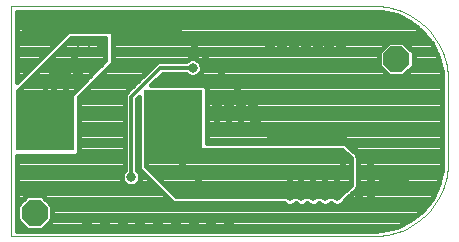
<source format=gbl>
G75*
G70*
%OFA0B0*%
%FSLAX24Y24*%
%IPPOS*%
%LPD*%
%AMOC8*
5,1,8,0,0,1.08239X$1,22.5*
%
%ADD10C,0.0000*%
%ADD11R,0.1969X0.2047*%
%ADD12OC8,0.0850*%
%ADD13C,0.0120*%
%ADD14C,0.0317*%
%ADD15C,0.0180*%
%ADD16C,0.0150*%
D10*
X000100Y000101D02*
X000100Y007779D01*
X012203Y007779D01*
X012320Y007776D01*
X012437Y007768D01*
X012554Y007754D01*
X012669Y007734D01*
X012784Y007710D01*
X012897Y007679D01*
X013009Y007643D01*
X013119Y007602D01*
X013227Y007556D01*
X013332Y007505D01*
X013435Y007449D01*
X013535Y007388D01*
X013632Y007322D01*
X013726Y007252D01*
X013817Y007177D01*
X013903Y007098D01*
X013986Y007015D01*
X014065Y006929D01*
X014140Y006838D01*
X014210Y006744D01*
X014276Y006647D01*
X014337Y006547D01*
X014393Y006444D01*
X014444Y006339D01*
X014490Y006231D01*
X014531Y006121D01*
X014567Y006009D01*
X014598Y005896D01*
X014622Y005781D01*
X014642Y005666D01*
X014656Y005549D01*
X014664Y005432D01*
X014667Y005315D01*
X014667Y002566D01*
X014664Y002449D01*
X014656Y002332D01*
X014642Y002215D01*
X014622Y002100D01*
X014598Y001985D01*
X014567Y001872D01*
X014531Y001760D01*
X014490Y001650D01*
X014444Y001542D01*
X014393Y001437D01*
X014337Y001334D01*
X014276Y001234D01*
X014210Y001137D01*
X014140Y001043D01*
X014065Y000952D01*
X013986Y000866D01*
X013903Y000783D01*
X013817Y000704D01*
X013726Y000629D01*
X013632Y000559D01*
X013535Y000493D01*
X013435Y000432D01*
X013332Y000376D01*
X013227Y000325D01*
X013119Y000279D01*
X013009Y000238D01*
X012897Y000202D01*
X012784Y000171D01*
X012669Y000147D01*
X012554Y000127D01*
X012437Y000113D01*
X012320Y000105D01*
X012203Y000102D01*
X012203Y000101D02*
X000100Y000101D01*
D11*
X001242Y003960D03*
X005513Y003960D03*
D12*
X000887Y006991D03*
X000887Y000889D03*
X012944Y001873D03*
X012944Y006007D03*
D13*
X006157Y005720D02*
X005073Y005720D01*
X004102Y004749D01*
X004102Y002075D01*
X004102Y002075D01*
D14*
X004102Y002075D03*
X003824Y000505D03*
X004414Y000505D03*
X005005Y000505D03*
X005595Y000505D03*
X006186Y000505D03*
X006776Y000505D03*
X007367Y000505D03*
X009391Y001433D03*
X009785Y001433D03*
X010178Y001433D03*
X010572Y001433D03*
X010966Y001433D03*
X010966Y001827D03*
X010572Y001827D03*
X010178Y001827D03*
X009785Y001827D03*
X009391Y001827D03*
X011162Y002221D03*
X011162Y002614D03*
X012091Y002277D03*
X012091Y001883D03*
X012091Y001489D03*
X011698Y001489D03*
X008753Y003492D03*
X008154Y004048D03*
X007761Y004048D03*
X007367Y004048D03*
X006973Y004048D03*
X006973Y003655D03*
X007367Y003655D03*
X007761Y003655D03*
X007761Y004442D03*
X008154Y004442D03*
X007367Y004442D03*
X006973Y004442D03*
X006157Y005720D03*
X008745Y006411D03*
X009139Y006411D03*
X009532Y006411D03*
X009926Y006411D03*
X010320Y006411D03*
X010713Y006411D03*
X011107Y006411D03*
X006579Y007395D03*
X005989Y007395D03*
X005398Y007395D03*
X004808Y007395D03*
X004217Y007395D03*
X003627Y007395D03*
X003036Y007395D03*
X002446Y007395D03*
X001855Y007395D03*
X003111Y006483D03*
X002717Y006286D03*
X002324Y006286D03*
X001930Y006286D03*
X001930Y005892D03*
X002324Y005892D03*
X002324Y005498D03*
X001930Y005498D03*
X001536Y005498D03*
X001536Y005105D03*
X001930Y005105D03*
X001930Y004711D03*
X001536Y004711D03*
X001536Y005892D03*
X002642Y000505D03*
X003233Y000505D03*
D15*
X001462Y000651D02*
X001126Y000314D01*
X000649Y000314D01*
X000312Y000651D01*
X000312Y001127D01*
X000649Y001464D01*
X001126Y001464D01*
X001462Y001127D01*
X001462Y000651D01*
X001449Y000637D02*
X013406Y000637D01*
X013413Y000640D02*
X012954Y000419D01*
X012457Y000306D01*
X012203Y000291D01*
X000290Y000291D01*
X000290Y002786D01*
X002288Y002786D01*
X002376Y002874D01*
X002376Y004755D01*
X003386Y005764D01*
X003453Y005832D01*
X003490Y005920D01*
X003490Y006881D01*
X003453Y006970D01*
X003433Y006989D01*
X003366Y007057D01*
X003278Y007093D01*
X002769Y007093D01*
X002293Y007093D01*
X002198Y007093D01*
X002110Y007057D01*
X000290Y005237D01*
X000290Y007589D01*
X012203Y007589D01*
X012457Y007574D01*
X012954Y007461D01*
X013413Y007240D01*
X013811Y006923D01*
X014128Y006524D01*
X014349Y006066D01*
X014463Y005569D01*
X014477Y005315D01*
X014477Y002566D01*
X014463Y002311D01*
X014349Y001814D01*
X014128Y001356D01*
X013811Y000958D01*
X013413Y000640D01*
X013633Y000815D02*
X001462Y000815D01*
X001462Y000994D02*
X013840Y000994D01*
X013982Y001172D02*
X011141Y001172D01*
X011140Y001172D02*
X011227Y001259D01*
X011244Y001300D01*
X011555Y001611D01*
X011622Y001678D01*
X011659Y001766D01*
X011659Y002748D01*
X011622Y002836D01*
X011347Y003111D01*
X011279Y003179D01*
X011191Y003215D01*
X006648Y003215D01*
X006648Y005045D01*
X006560Y005133D01*
X004783Y005133D01*
X005160Y005510D01*
X005931Y005510D01*
X005983Y005459D01*
X006096Y005412D01*
X006219Y005412D01*
X006332Y005459D01*
X006419Y005545D01*
X006466Y005659D01*
X006466Y005781D01*
X006419Y005895D01*
X006332Y005982D01*
X006219Y006028D01*
X006096Y006028D01*
X005983Y005982D01*
X005931Y005930D01*
X005160Y005930D01*
X004986Y005930D01*
X004015Y004959D01*
X003892Y004836D01*
X003892Y002301D01*
X003840Y002250D01*
X003793Y002136D01*
X003793Y002014D01*
X003840Y001900D01*
X003927Y001814D01*
X004041Y001767D01*
X004163Y001767D01*
X004277Y001814D01*
X004363Y001900D01*
X004410Y002014D01*
X004410Y002136D01*
X004363Y002250D01*
X004312Y002301D01*
X004312Y004662D01*
X004379Y004729D01*
X004379Y003070D01*
X004368Y003043D01*
X004368Y002396D01*
X004404Y002308D01*
X005408Y001304D01*
X005476Y001237D01*
X005564Y001200D01*
X009188Y001200D01*
X009216Y001172D01*
X009329Y001125D01*
X009452Y001125D01*
X009566Y001172D01*
X009609Y001172D01*
X009610Y001172D02*
X009723Y001125D01*
X009846Y001125D01*
X009959Y001172D01*
X009981Y001194D01*
X010004Y001172D01*
X010117Y001125D01*
X010240Y001125D01*
X010353Y001172D01*
X010375Y001194D01*
X010397Y001172D01*
X010511Y001125D01*
X010633Y001125D01*
X010747Y001172D01*
X010769Y001194D01*
X010791Y001172D01*
X010904Y001125D01*
X011027Y001125D01*
X011140Y001172D01*
X010790Y001172D02*
X010747Y001172D01*
X010397Y001172D02*
X010354Y001172D01*
X010003Y001172D02*
X009960Y001172D01*
X009610Y001172D02*
X009588Y001194D01*
X009566Y001172D01*
X009215Y001172D02*
X001417Y001172D01*
X001238Y001351D02*
X005361Y001351D01*
X005522Y001529D02*
X011134Y001529D01*
X011045Y001440D02*
X005612Y001440D01*
X004608Y002444D01*
X004608Y002995D01*
X004628Y002975D01*
X011143Y002975D01*
X011419Y002700D01*
X011419Y001814D01*
X011045Y001440D01*
X011295Y001351D02*
X014125Y001351D01*
X014212Y001529D02*
X011474Y001529D01*
X011635Y001708D02*
X014298Y001708D01*
X014366Y001886D02*
X011659Y001886D01*
X011419Y001886D02*
X005165Y001886D01*
X005004Y001708D02*
X000290Y001708D01*
X000290Y001886D02*
X003854Y001886D01*
X003793Y002065D02*
X000290Y002065D01*
X000290Y002243D02*
X003838Y002243D01*
X003892Y002422D02*
X000290Y002422D01*
X000290Y002600D02*
X003892Y002600D01*
X003892Y002779D02*
X000290Y002779D01*
X001242Y003960D02*
X001242Y005133D01*
X002324Y006215D01*
X002324Y006286D01*
X001920Y006527D02*
X003250Y006527D01*
X003490Y006527D02*
X012652Y006527D01*
X012706Y006582D02*
X012369Y006245D01*
X012369Y005769D01*
X012706Y005432D01*
X013183Y005432D01*
X013519Y005769D01*
X013519Y006245D01*
X013183Y006582D01*
X012706Y006582D01*
X012473Y006349D02*
X003490Y006349D01*
X003250Y006349D02*
X001741Y006349D01*
X001580Y006527D02*
X000290Y006527D01*
X000290Y006349D02*
X001402Y006349D01*
X001563Y006170D02*
X003250Y006170D01*
X003490Y006170D02*
X012369Y006170D01*
X012369Y005992D02*
X006307Y005992D01*
X006452Y005813D02*
X012369Y005813D01*
X012503Y005635D02*
X006456Y005635D01*
X006327Y005456D02*
X012682Y005456D01*
X013207Y005456D02*
X014469Y005456D01*
X014448Y005635D02*
X013386Y005635D01*
X013519Y005813D02*
X014407Y005813D01*
X014366Y005992D02*
X013519Y005992D01*
X013519Y006170D02*
X014299Y006170D01*
X014213Y006349D02*
X013416Y006349D01*
X013237Y006527D02*
X014126Y006527D01*
X013984Y006706D02*
X003490Y006706D01*
X003250Y006706D02*
X002098Y006706D01*
X002102Y006709D02*
X003250Y006709D01*
X003250Y005968D01*
X001931Y004649D01*
X000533Y004649D01*
X000356Y004826D01*
X000356Y004964D01*
X002102Y006709D01*
X001937Y006884D02*
X000290Y006884D01*
X000290Y007063D02*
X002124Y007063D01*
X001504Y006949D02*
X005690Y006949D01*
X008154Y004485D01*
X008154Y004048D01*
X008196Y004048D01*
X008753Y003492D01*
X011088Y003492D01*
X012448Y002131D01*
X012448Y001928D01*
X012393Y001873D01*
X012944Y001873D01*
X012393Y001873D02*
X012369Y001873D01*
X011659Y002065D02*
X014406Y002065D01*
X014447Y002243D02*
X011659Y002243D01*
X011419Y002243D02*
X004808Y002243D01*
X004647Y002065D02*
X004410Y002065D01*
X004366Y002243D02*
X004469Y002243D01*
X004368Y002422D02*
X004312Y002422D01*
X004312Y002600D02*
X004368Y002600D01*
X004608Y002600D02*
X011419Y002600D01*
X011659Y002600D02*
X014477Y002600D01*
X014469Y002422D02*
X011659Y002422D01*
X011419Y002422D02*
X004630Y002422D01*
X004987Y002065D02*
X011419Y002065D01*
X011313Y001708D02*
X005344Y001708D01*
X005183Y001529D02*
X000290Y001529D01*
X000290Y001351D02*
X000536Y001351D01*
X000358Y001172D02*
X000290Y001172D01*
X000290Y000994D02*
X000312Y000994D01*
X000312Y000815D02*
X000290Y000815D01*
X000290Y000637D02*
X000326Y000637D01*
X000290Y000458D02*
X000505Y000458D01*
X001270Y000458D02*
X013036Y000458D01*
X011646Y002779D02*
X014477Y002779D01*
X014477Y002957D02*
X011501Y002957D01*
X011340Y002779D02*
X004608Y002779D01*
X004608Y002957D02*
X011161Y002957D01*
X011322Y003136D02*
X014477Y003136D01*
X014477Y003314D02*
X006648Y003314D01*
X006648Y003493D02*
X014477Y003493D01*
X014477Y003671D02*
X006648Y003671D01*
X006648Y003850D02*
X014477Y003850D01*
X014477Y004028D02*
X006648Y004028D01*
X006648Y004207D02*
X014477Y004207D01*
X014477Y004385D02*
X006648Y004385D01*
X006648Y004564D02*
X014477Y004564D01*
X014477Y004742D02*
X006648Y004742D01*
X006648Y004921D02*
X014477Y004921D01*
X014477Y005099D02*
X006594Y005099D01*
X005988Y005456D02*
X005106Y005456D01*
X004928Y005278D02*
X014477Y005278D01*
X013841Y006884D02*
X003488Y006884D01*
X003351Y007063D02*
X013635Y007063D01*
X013410Y007241D02*
X000290Y007241D01*
X000290Y007420D02*
X013039Y007420D01*
X006008Y005992D02*
X003490Y005992D01*
X003250Y005992D02*
X001384Y005992D01*
X001206Y005813D02*
X003095Y005813D01*
X003256Y005635D02*
X004691Y005635D01*
X004869Y005813D02*
X003435Y005813D01*
X003078Y005456D02*
X004512Y005456D01*
X004334Y005278D02*
X002899Y005278D01*
X002721Y005099D02*
X004155Y005099D01*
X003977Y004921D02*
X002542Y004921D01*
X002381Y005099D02*
X000492Y005099D01*
X000356Y004921D02*
X002203Y004921D01*
X002376Y004742D02*
X003892Y004742D01*
X003892Y004564D02*
X002376Y004564D01*
X002376Y004385D02*
X003892Y004385D01*
X003892Y004207D02*
X002376Y004207D01*
X002376Y004028D02*
X003892Y004028D01*
X003892Y003850D02*
X002376Y003850D01*
X002376Y003671D02*
X003892Y003671D01*
X003892Y003493D02*
X002376Y003493D01*
X002376Y003314D02*
X003892Y003314D01*
X003892Y003136D02*
X002376Y003136D01*
X002376Y002957D02*
X003892Y002957D01*
X004312Y002957D02*
X004368Y002957D01*
X004368Y002779D02*
X004312Y002779D01*
X004312Y003136D02*
X004379Y003136D01*
X004379Y003314D02*
X004312Y003314D01*
X004312Y003493D02*
X004379Y003493D01*
X004379Y003671D02*
X004312Y003671D01*
X004312Y003850D02*
X004379Y003850D01*
X004379Y004028D02*
X004312Y004028D01*
X004312Y004207D02*
X004379Y004207D01*
X004379Y004385D02*
X004312Y004385D01*
X004312Y004564D02*
X004379Y004564D01*
X002738Y005456D02*
X000849Y005456D01*
X000688Y005635D02*
X000290Y005635D01*
X000290Y005813D02*
X000866Y005813D01*
X001027Y005635D02*
X002917Y005635D01*
X002560Y005278D02*
X000670Y005278D01*
X000331Y005278D02*
X000290Y005278D01*
X000290Y005456D02*
X000509Y005456D01*
X000290Y005992D02*
X001045Y005992D01*
X001223Y006170D02*
X000290Y006170D01*
X000290Y006706D02*
X001759Y006706D01*
X001504Y006949D02*
X001462Y006991D01*
X000887Y006991D01*
X000439Y004742D02*
X002024Y004742D01*
X004350Y001886D02*
X004826Y001886D01*
D16*
X005513Y002801D02*
X005513Y003960D01*
X005513Y002801D02*
X006881Y001433D01*
X010178Y001433D01*
X010178Y001433D01*
M02*

</source>
